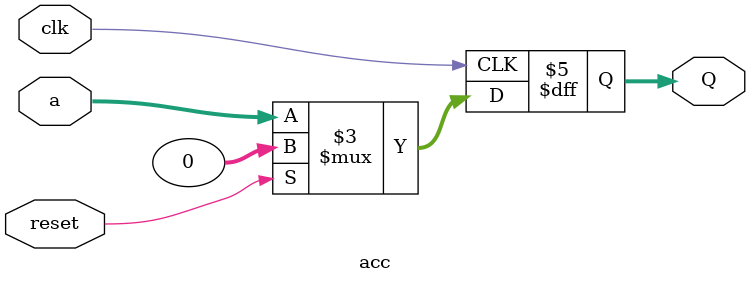
<source format=v>
module acc(input clk,input reset, input [31:0] a, output reg [31:0] Q);

always @(posedge clk)
    if (reset)
        Q = 0;
    else
        Q <= a;

endmodule

</source>
